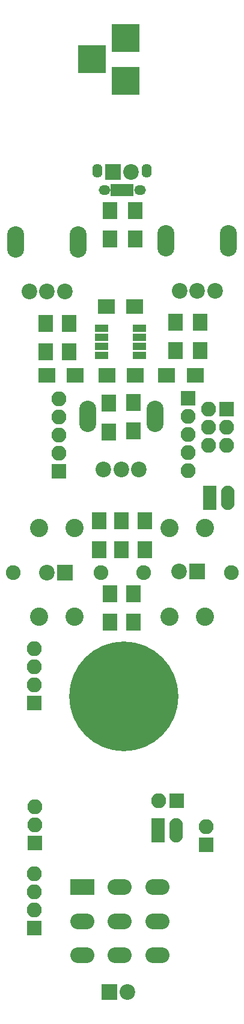
<source format=gbr>
G04 #@! TF.FileFunction,Soldermask,Bot*
%FSLAX46Y46*%
G04 Gerber Fmt 4.6, Leading zero omitted, Abs format (unit mm)*
G04 Created by KiCad (PCBNEW 4.0.7-e0-6372~58~ubuntu16.04.1) date Sun Jul 15 17:02:29 2018*
%MOMM*%
%LPD*%
G01*
G04 APERTURE LIST*
%ADD10C,0.100000*%
%ADD11R,2.100000X2.100000*%
%ADD12O,2.100000X2.100000*%
%ADD13R,3.900000X3.900000*%
%ADD14C,15.400000*%
%ADD15C,2.559000*%
%ADD16C,2.076400*%
%ADD17R,2.200000X2.200000*%
%ADD18C,2.200000*%
%ADD19R,2.100000X2.400000*%
%ADD20R,0.800000X1.750000*%
%ADD21O,1.650000X1.350000*%
%ADD22O,1.400000X1.950000*%
%ADD23R,1.950000X1.000000*%
%ADD24R,2.400000X2.000000*%
%ADD25R,3.400000X2.200000*%
%ADD26O,3.400000X2.200000*%
%ADD27R,1.910000X3.410000*%
%ADD28O,1.910000X3.410000*%
%ADD29O,2.400000X4.400000*%
G04 APERTURE END LIST*
D10*
D11*
X84074000Y-136093200D03*
D12*
X84074000Y-133553200D03*
D13*
X72682100Y-28936200D03*
X72682100Y-22936200D03*
X67982100Y-25936200D03*
D11*
X79921100Y-129933700D03*
D12*
X77381100Y-129933700D03*
D11*
X86895000Y-75035700D03*
D12*
X84355000Y-75035700D03*
X86895000Y-77575700D03*
X84355000Y-77575700D03*
X86895000Y-80115700D03*
X84355000Y-80115700D03*
D14*
X72445000Y-115285700D03*
D11*
X59778900Y-147828000D03*
D12*
X59778900Y-145288000D03*
X59778900Y-142748000D03*
X59778900Y-140208000D03*
D11*
X59778900Y-116248000D03*
D12*
X59778900Y-113708000D03*
X59778900Y-111168000D03*
X59778900Y-108628000D03*
D15*
X60492640Y-104165400D03*
X60492640Y-91668600D03*
X65491360Y-104165400D03*
X65491360Y-91668600D03*
D16*
X56852820Y-97932240D03*
X69184520Y-97932240D03*
D15*
X78860640Y-104165400D03*
X78860640Y-91668600D03*
X83859360Y-104165400D03*
X83859360Y-91668600D03*
D16*
X75220820Y-97932240D03*
X87552520Y-97932240D03*
D17*
X64135000Y-97929700D03*
D18*
X61595000Y-97929700D03*
D17*
X82804000Y-97802700D03*
D18*
X80264000Y-97802700D03*
D19*
X74041000Y-47129700D03*
X74041000Y-51129700D03*
D17*
X70904100Y-41719500D03*
D18*
X73444100Y-41719500D03*
D20*
X70885000Y-44255700D03*
X71535000Y-44255700D03*
X72185000Y-44255700D03*
X72835000Y-44255700D03*
X73485000Y-44255700D03*
D21*
X69685000Y-44255700D03*
X74685000Y-44255700D03*
D22*
X68685000Y-41555700D03*
X75685000Y-41555700D03*
D19*
X73787000Y-104914700D03*
X73787000Y-100914700D03*
X70485000Y-100914700D03*
X70485000Y-104914700D03*
D11*
X81455000Y-73455700D03*
D12*
X81455000Y-75995700D03*
X81455000Y-78535700D03*
X81455000Y-81075700D03*
X81455000Y-83615700D03*
D11*
X63295000Y-83685700D03*
D12*
X63295000Y-81145700D03*
X63295000Y-78605700D03*
X63295000Y-76065700D03*
X63295000Y-73525700D03*
D17*
X70408800Y-156756100D03*
D18*
X72948800Y-156756100D03*
D23*
X69269000Y-67425700D03*
X69269000Y-66155700D03*
X69269000Y-64885700D03*
X69269000Y-63615700D03*
X74669000Y-63615700D03*
X74669000Y-64885700D03*
X74669000Y-66155700D03*
X74669000Y-67425700D03*
D19*
X64770000Y-62941700D03*
X64770000Y-66941700D03*
X83185000Y-66814700D03*
X83185000Y-62814700D03*
X70485000Y-47129700D03*
X70485000Y-51129700D03*
X79756000Y-66814700D03*
X79756000Y-62814700D03*
X61468000Y-62941700D03*
X61468000Y-66941700D03*
X72136000Y-90690700D03*
X72136000Y-94690700D03*
X68961000Y-90690700D03*
X68961000Y-94690700D03*
X75438000Y-90690700D03*
X75438000Y-94690700D03*
X73787000Y-78053700D03*
X73787000Y-74053700D03*
X70358000Y-74180700D03*
X70358000Y-78180700D03*
D24*
X74039000Y-70255700D03*
X70039000Y-70255700D03*
X65595000Y-70243700D03*
X61595000Y-70243700D03*
X69969000Y-60605700D03*
X73969000Y-60605700D03*
X82486000Y-70243700D03*
X78486000Y-70243700D03*
D25*
X66566560Y-142049580D03*
D26*
X66566560Y-146847640D03*
X66566560Y-151645700D03*
X71865000Y-142049580D03*
X71865000Y-146847640D03*
X71865000Y-151645700D03*
X77163440Y-142049580D03*
X77163440Y-146847640D03*
X77163440Y-151645700D03*
D11*
X59867800Y-135890000D03*
D12*
X59867800Y-133350000D03*
X59867800Y-130810000D03*
D27*
X77266800Y-134124700D03*
D28*
X79806800Y-134124700D03*
D27*
X84543900Y-87414100D03*
D28*
X87083900Y-87414100D03*
D18*
X80276700Y-58369200D03*
X82776700Y-58369200D03*
X85276700Y-58369200D03*
D29*
X78376700Y-51369200D03*
X87176700Y-51369200D03*
D18*
X69572300Y-83496800D03*
X72072300Y-83496800D03*
X74572300Y-83496800D03*
D29*
X67322300Y-75996800D03*
X76822300Y-75996800D03*
D18*
X59109600Y-58521600D03*
X61609600Y-58521600D03*
X64109600Y-58521600D03*
D29*
X57209600Y-51521600D03*
X66009600Y-51521600D03*
M02*

</source>
